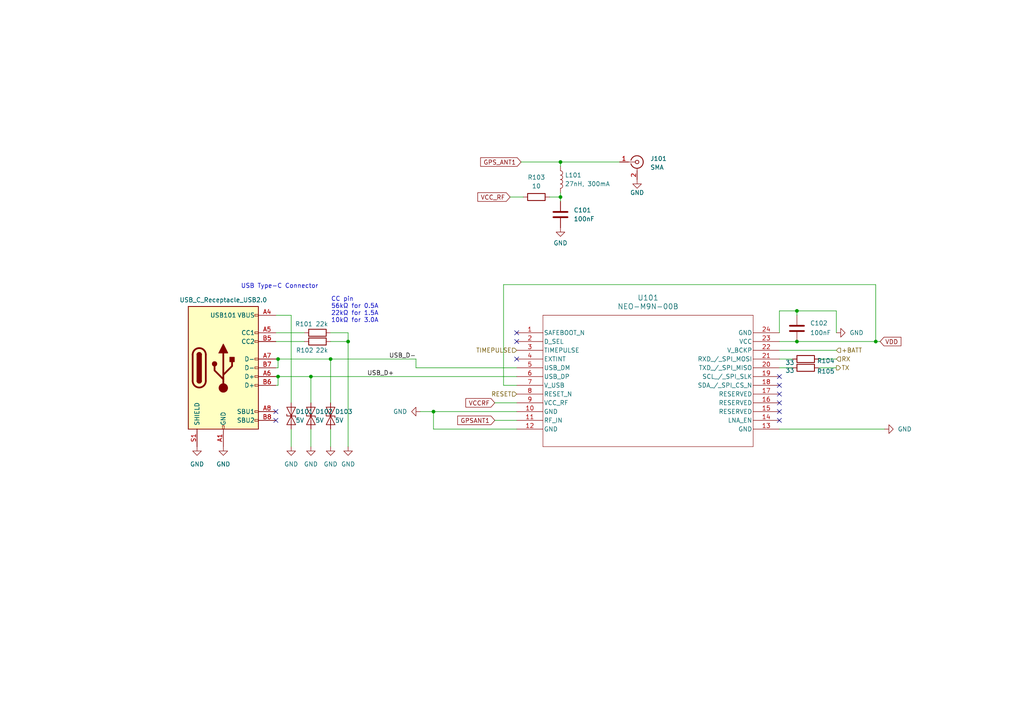
<source format=kicad_sch>
(kicad_sch (version 20231120) (generator "eeschema") (generator_version "8.0")
  (paper "A4")
  (lib_symbols
    (symbol "Connector:Conn_Coaxial" (pin_names (offset 1.016) hide)
      (property "Reference" "J" (at 0.254 3.048 0))
      (property "Value" "Conn_Coaxial" (at 2.921 0 90))
      (symbol "Conn_Coaxial_0_1"
        (arc (start -1.778 -0.508) (mid 0.2311 -1.8066) (end 1.778 0) (stroke (width 0.254)))
        (polyline (pts (xy -2.54 0) (xy -0.508 0)))
        (polyline (pts (xy 0 -2.54) (xy 0 -1.778)))
        (circle (center 0 0) (radius 0.508) (stroke (width 0.2032)))
        (arc (start 1.778 0) (mid 0.2099 1.8101) (end -1.778 0.508) (stroke (width 0.254)))
      )
      (symbol "Conn_Coaxial_1_1"
        (pin passive line (at -5.08 0 0) (length 2.54) (name "In") (number "1"))
        (pin passive line (at 0 -5.08 90) (length 2.54) (name "Ext") (number "2"))
      )
    )
    (symbol "Connector:USB_C_Receptacle_USB2.0" (pin_names (offset 1.016))
      (property "Reference" "J" (at -10.16 19.05 0))
      (property "Value" "USB_C_Receptacle_USB2.0" (at 19.05 19.05 0))
      (symbol "USB_C_Receptacle_USB2.0_0_0"
        (rectangle (start -0.254 -17.78) (end 0.254 -16.764))
        (rectangle (start 10.16 -14.986) (end 9.144 -15.494))
        (rectangle (start 10.16 -12.446) (end 9.144 -12.954))
        (rectangle (start 10.16 -4.826) (end 9.144 -5.334))
        (rectangle (start 10.16 -2.286) (end 9.144 -2.794))
        (rectangle (start 10.16 0.254) (end 9.144 -0.254))
        (rectangle (start 10.16 2.794) (end 9.144 2.286))
        (rectangle (start 10.16 7.874) (end 9.144 7.366))
        (rectangle (start 10.16 10.414) (end 9.144 9.906))
        (rectangle (start 10.16 15.494) (end 9.144 14.986))
      )
      (symbol "USB_C_Receptacle_USB2.0_0_1"
        (rectangle (start -10.16 17.78) (end 10.16 -17.78) (stroke (width 0.254)) (fill (type background)))
        (arc (start -8.89 -3.81) (mid -6.985 -5.7067) (end -5.08 -3.81) (stroke (width 0.508)))
        (arc (start -7.62 -3.81) (mid -6.985 -4.4423) (end -6.35 -3.81) (stroke (width 0.254)))
        (arc (start -7.62 -3.81) (mid -6.985 -4.4423) (end -6.35 -3.81) (stroke (width 0.254)) (fill (type outline)))
        (rectangle (start -7.62 -3.81) (end -6.35 3.81) (stroke (width 0.254)) (fill (type outline)))
        (arc (start -6.35 3.81) (mid -6.985 4.4423) (end -7.62 3.81) (stroke (width 0.254)))
        (arc (start -6.35 3.81) (mid -6.985 4.4423) (end -7.62 3.81) (stroke (width 0.254)) (fill (type outline)))
        (arc (start -5.08 3.81) (mid -6.985 5.7067) (end -8.89 3.81) (stroke (width 0.508)))
        (circle (center -2.54 1.143) (radius 0.635) (stroke (width 0.254)) (fill (type outline)))
        (circle (center 0 -5.842) (radius 1.27) (fill (type outline)))
        (polyline (pts (xy -8.89 -3.81) (xy -8.89 3.81)) (stroke (width 0.508)))
        (polyline (pts (xy -5.08 3.81) (xy -5.08 -3.81)) (stroke (width 0.508)))
        (polyline (pts (xy 0 -5.842) (xy 0 4.318)) (stroke (width 0.508)))
        (polyline (pts (xy 0 -3.302) (xy -2.54 -0.762) (xy -2.54 0.508)) (stroke (width 0.508)))
        (polyline (pts (xy 0 -2.032) (xy 2.54 0.508) (xy 2.54 1.778)) (stroke (width 0.508)))
        (polyline (pts (xy -1.27 4.318) (xy 0 6.858) (xy 1.27 4.318) (xy -1.27 4.318)) (stroke (width 0.254)) (fill (type outline)))
        (rectangle (start 1.905 1.778) (end 3.175 3.048) (stroke (width 0.254)) (fill (type outline)))
      )
      (symbol "USB_C_Receptacle_USB2.0_1_1"
        (pin passive line (at 0 -22.86 90) (length 5.08) (name "GND") (number "A1"))
        (pin passive line (at 0 -22.86 90) (length 5.08) hide (name "GND") (number "A12"))
        (pin passive line (at 15.24 15.24 180) (length 5.08) (name "VBUS") (number "A4"))
        (pin bidirectional line (at 15.24 10.16 180) (length 5.08) (name "CC1") (number "A5"))
        (pin bidirectional line (at 15.24 -2.54 180) (length 5.08) (name "D+") (number "A6"))
        (pin bidirectional line (at 15.24 2.54 180) (length 5.08) (name "D-") (number "A7"))
        (pin bidirectional line (at 15.24 -12.7 180) (length 5.08) (name "SBU1") (number "A8"))
        (pin passive line (at 15.24 15.24 180) (length 5.08) hide (name "VBUS") (number "A9"))
        (pin passive line (at 0 -22.86 90) (length 5.08) hide (name "GND") (number "B1"))
        (pin passive line (at 0 -22.86 90) (length 5.08) hide (name "GND") (number "B12"))
        (pin passive line (at 15.24 15.24 180) (length 5.08) hide (name "VBUS") (number "B4"))
        (pin bidirectional line (at 15.24 7.62 180) (length 5.08) (name "CC2") (number "B5"))
        (pin bidirectional line (at 15.24 -5.08 180) (length 5.08) (name "D+") (number "B6"))
        (pin bidirectional line (at 15.24 0 180) (length 5.08) (name "D-") (number "B7"))
        (pin bidirectional line (at 15.24 -15.24 180) (length 5.08) (name "SBU2") (number "B8"))
        (pin passive line (at 15.24 15.24 180) (length 5.08) hide (name "VBUS") (number "B9"))
        (pin passive line (at -7.62 -22.86 90) (length 5.08) (name "SHIELD") (number "S1"))
      )
    )
    (symbol "Device:C" (pin_numbers hide) (pin_names (offset 0.254))
      (property "Reference" "C" (at 0.635 2.54 0))
      (property "Value" "C" (at 0.635 -2.54 0))
      (symbol "C_0_1"
        (polyline (pts (xy -2.032 -0.762) (xy 2.032 -0.762)) (stroke (width 0.508)))
        (polyline (pts (xy -2.032 0.762) (xy 2.032 0.762)) (stroke (width 0.508)))
      )
      (symbol "C_1_1"
        (pin passive line (at 0 3.81 270) (length 2.794) (name "~") (number "1"))
        (pin passive line (at 0 -3.81 90) (length 2.794) (name "~") (number "2"))
      )
    )
    (symbol "Device:L" (pin_numbers hide) (pin_names (offset 1.016) hide)
      (property "Reference" "L" (at -1.27 0 90))
      (property "Value" "L" (at 1.905 0 90))
      (symbol "L_0_1"
        (arc (start 0 -2.54) (mid 0.6323 -1.905) (end 0 -1.27))
        (arc (start 0 -1.27) (mid 0.6323 -0.635) (end 0 0))
        (arc (start 0 0) (mid 0.6323 0.635) (end 0 1.27))
        (arc (start 0 1.27) (mid 0.6323 1.905) (end 0 2.54))
      )
      (symbol "L_1_1"
        (pin passive line (at 0 3.81 270) (length 1.27) (name "1") (number "1"))
        (pin passive line (at 0 -3.81 90) (length 1.27) (name "2") (number "2"))
      )
    )
    (symbol "Device:R" (pin_numbers hide) (pin_names (offset 0))
      (property "Reference" "R" (at 2.032 0 90))
      (property "Value" "R" (at 0 0 90))
      (symbol "R_0_1"
        (rectangle (start -1.016 -2.54) (end 1.016 2.54) (stroke (width 0.254)))
      )
      (symbol "R_1_1"
        (pin passive line (at 0 3.81 270) (length 1.27) (name "~") (number "1"))
        (pin passive line (at 0 -3.81 90) (length 1.27) (name "~") (number "2"))
      )
    )
    (symbol "Diode:ESD9B5.0ST5G" (pin_numbers hide) (pin_names (offset 1.016) hide)
      (property "Reference" "D" (at 0 2.54 0))
      (property "Value" "ESD9B5.0ST5G" (at 0 -2.54 0))
      (symbol "ESD9B5.0ST5G_0_1"
        (polyline (pts (xy 1.27 0) (xy -1.27 0)))
        (polyline (pts (xy -2.54 -1.27) (xy 0 0) (xy -2.54 1.27) (xy -2.54 -1.27)) (stroke (width 0.2032)))
        (polyline (pts (xy 0.508 1.27) (xy 0 1.27) (xy 0 -1.27) (xy -0.508 -1.27)) (stroke (width 0.2032)))
        (polyline (pts (xy 2.54 1.27) (xy 2.54 -1.27) (xy 0 0) (xy 2.54 1.27)) (stroke (width 0.2032)))
      )
      (symbol "ESD9B5.0ST5G_1_1"
        (pin passive line (at -3.81 0 0) (length 2.54) (name "A1") (number "1"))
        (pin passive line (at 3.81 0 180) (length 2.54) (name "A2") (number "2"))
      )
    )
    (symbol "WOBClibrary:NEO-M9N-00B" (pin_names (offset 0.254))
      (property "Reference" "U" (at 38.1 10.16 0))
      (property "Value" "NEO-M9N-00B" (at 38.1 7.62 0))
      (symbol "NEO-M9N-00B_0_1"
        (polyline (pts (xy 7.62 -33.02) (xy 68.58 -33.02)) (stroke (width 0.127)))
        (polyline (pts (xy 7.62 5.08) (xy 7.62 -33.02)) (stroke (width 0.127)))
        (polyline (pts (xy 68.58 -33.02) (xy 68.58 5.08)) (stroke (width 0.127)))
        (polyline (pts (xy 68.58 5.08) (xy 7.62 5.08)) (stroke (width 0.127)))
        (pin unspecified line (at 0 0 0) (length 7.62) (name "SAFEBOOT_N") (number "1"))
        (pin power_out line (at 0 -22.86 0) (length 7.62) (name "GND") (number "10"))
        (pin unspecified line (at 0 -25.4 0) (length 7.62) (name "RF_IN") (number "11"))
        (pin power_out line (at 0 -27.94 0) (length 7.62) (name "GND") (number "12"))
        (pin power_out line (at 76.2 -27.94 180) (length 7.62) (name "GND") (number "13"))
        (pin unspecified line (at 76.2 -25.4 180) (length 7.62) (name "LNA_EN") (number "14"))
        (pin unspecified line (at 76.2 -22.86 180) (length 7.62) (name "RESERVED") (number "15"))
        (pin unspecified line (at 76.2 -20.32 180) (length 7.62) (name "RESERVED") (number "16"))
        (pin unspecified line (at 76.2 -17.78 180) (length 7.62) (name "RESERVED") (number "17"))
        (pin unspecified line (at 76.2 -15.24 180) (length 7.62) (name "SDA_/_SPI_CS_N") (number "18"))
        (pin unspecified line (at 76.2 -12.7 180) (length 7.62) (name "SCL_/_SPI_SLK") (number "19"))
        (pin unspecified line (at 0 -2.54 0) (length 7.62) (name "D_SEL") (number "2"))
        (pin unspecified line (at 76.2 -10.16 180) (length 7.62) (name "TXD_/_SPI_MISO") (number "20"))
        (pin unspecified line (at 76.2 -7.62 180) (length 7.62) (name "RXD_/_SPI_MOSI") (number "21"))
        (pin unspecified line (at 76.2 -5.08 180) (length 7.62) (name "V_BCKP") (number "22"))
        (pin power_in line (at 76.2 -2.54 180) (length 7.62) (name "VCC") (number "23"))
        (pin power_out line (at 76.2 0 180) (length 7.62) (name "GND") (number "24"))
        (pin unspecified line (at 0 -5.08 0) (length 7.62) (name "TIMEPULSE") (number "3"))
        (pin unspecified line (at 0 -7.62 0) (length 7.62) (name "EXTINT") (number "4"))
        (pin unspecified line (at 0 -10.16 0) (length 7.62) (name "USB_DM") (number "5"))
        (pin unspecified line (at 0 -12.7 0) (length 7.62) (name "USB_DP") (number "6"))
        (pin unspecified line (at 0 -15.24 0) (length 7.62) (name "V_USB") (number "7"))
        (pin unspecified line (at 0 -17.78 0) (length 7.62) (name "RESET_N") (number "8"))
        (pin power_in line (at 0 -20.32 0) (length 7.62) (name "VCC_RF") (number "9"))
      )
    )
    (symbol "power:GND" (power) (pin_names (offset 0))
      (property "Value" "GND" (at 0 -3.81 0))
      (symbol "GND_0_1"
        (polyline (pts (xy 0 0) (xy 0 -1.27) (xy 1.27 -1.27) (xy 0 -2.54) (xy -1.27 -1.27) (xy 0 -1.27)))
      )
      (symbol "GND_1_1"
        (pin power_in line (at 0 0 270) (length 0) hide (name "GND") (number "1"))
      )
    )
  )
  (junction (at 100.965 99.06))
  (junction (at 95.885 104.14))
  (junction (at 125.73 119.38))
  (junction (at 90.17 109.22))
  (junction (at 231.14 99.06))
  (junction (at 231.14 90.17))
  (junction (at 254 99.06))
  (junction (at 80.645 109.22))
  (junction (at 162.56 46.99))
  (junction (at 80.645 104.14))
  (junction (at 162.56 57.15))
  (no_connect (at 80.01 121.92))
  (no_connect (at 226.06 111.76))
  (no_connect (at 80.01 119.38))
  (no_connect (at 226.06 116.84))
  (no_connect (at 226.06 121.92))
  (no_connect (at 226.06 109.22))
  (no_connect (at 149.86 96.52))
  (no_connect (at 149.86 104.14))
  (no_connect (at 149.86 99.06))
  (no_connect (at 226.06 119.38))
  (no_connect (at 226.06 114.3))
  (wire (pts (xy 80.01 104.14) (xy 80.645 104.14)))
  (wire (pts (xy 90.17 109.22) (xy 80.645 109.22)))
  (wire (pts (xy 80.645 111.76) (xy 80.645 109.22)))
  (wire (pts (xy 226.06 99.06) (xy 231.14 99.06)))
  (wire (pts (xy 100.965 96.52) (xy 100.965 99.06)))
  (wire (pts (xy 143.51 116.84) (xy 149.86 116.84)))
  (wire (pts (xy 88.265 96.52) (xy 80.01 96.52)))
  (wire (pts (xy 226.06 106.68) (xy 229.87 106.68)))
  (wire (pts (xy 120.65 106.68) (xy 120.65 104.14)))
  (wire (pts (xy 95.885 129.54) (xy 95.885 124.46)))
  (wire (pts (xy 231.14 99.06) (xy 254 99.06)))
  (wire (pts (xy 149.86 111.76) (xy 146.05 111.76)))
  (wire (pts (xy 95.885 104.14) (xy 120.65 104.14)))
  (wire (pts (xy 231.14 90.17) (xy 231.14 91.44)))
  (wire (pts (xy 159.385 57.15) (xy 162.56 57.15)))
  (wire (pts (xy 226.06 90.17) (xy 231.14 90.17)))
  (wire (pts (xy 151.13 46.99) (xy 162.56 46.99)))
  (wire (pts (xy 226.06 124.46) (xy 256.54 124.46)))
  (wire (pts (xy 90.17 129.54) (xy 90.17 124.46)))
  (wire (pts (xy 146.05 111.76) (xy 146.05 82.55)))
  (wire (pts (xy 121.92 119.38) (xy 125.73 119.38)))
  (wire (pts (xy 162.56 46.99) (xy 162.56 48.26)))
  (wire (pts (xy 80.01 111.76) (xy 80.645 111.76)))
  (wire (pts (xy 84.455 91.44) (xy 80.01 91.44)))
  (wire (pts (xy 162.56 46.99) (xy 179.705 46.99)))
  (wire (pts (xy 95.885 104.14) (xy 95.885 116.84)))
  (wire (pts (xy 95.885 96.52) (xy 100.965 96.52)))
  (wire (pts (xy 254 99.06) (xy 255.27 99.06)))
  (wire (pts (xy 143.51 121.92) (xy 149.86 121.92)))
  (wire (pts (xy 231.14 90.17) (xy 242.57 90.17)))
  (wire (pts (xy 151.765 57.15) (xy 147.955 57.15)))
  (wire (pts (xy 237.49 106.68) (xy 242.57 106.68)))
  (wire (pts (xy 162.56 57.15) (xy 162.56 58.42)))
  (wire (pts (xy 80.645 106.68) (xy 80.645 104.14)))
  (wire (pts (xy 149.86 106.68) (xy 120.65 106.68)))
  (wire (pts (xy 80.01 106.68) (xy 80.645 106.68)))
  (wire (pts (xy 80.645 104.14) (xy 95.885 104.14)))
  (wire (pts (xy 226.06 104.14) (xy 229.87 104.14)))
  (wire (pts (xy 125.73 124.46) (xy 125.73 119.38)))
  (wire (pts (xy 100.965 99.06) (xy 100.965 129.54)))
  (wire (pts (xy 226.06 90.17) (xy 226.06 96.52)))
  (wire (pts (xy 254 82.55) (xy 254 99.06)))
  (wire (pts (xy 125.73 119.38) (xy 149.86 119.38)))
  (wire (pts (xy 80.645 109.22) (xy 80.01 109.22)))
  (wire (pts (xy 84.455 129.54) (xy 84.455 124.46)))
  (wire (pts (xy 88.265 99.06) (xy 80.01 99.06)))
  (wire (pts (xy 146.05 82.55) (xy 254 82.55)))
  (wire (pts (xy 95.885 99.06) (xy 100.965 99.06)))
  (wire (pts (xy 90.17 109.22) (xy 149.86 109.22)))
  (wire (pts (xy 84.455 91.44) (xy 84.455 116.84)))
  (wire (pts (xy 162.56 57.15) (xy 162.56 55.88)))
  (wire (pts (xy 242.57 90.17) (xy 242.57 96.52)))
  (wire (pts (xy 226.06 101.6) (xy 242.57 101.6)))
  (wire (pts (xy 149.86 124.46) (xy 125.73 124.46)))
  (wire (pts (xy 237.49 104.14) (xy 242.57 104.14)))
  (wire (pts (xy 90.17 109.22) (xy 90.17 116.84)))
  (text "CC pin\n56kΩ for 0.5A\n22kΩ for 1.5A\n10kΩ for 3.0A" (at 96.012 93.726 0) (effects (font (size 1.27 1.27)) (justify left bottom)))
  (text "USB Type-C Connector" (at 69.85 83.82 0) (effects (font (size 1.27 1.27)) (justify left bottom)))
  (label "USB_D+" (at 114.3 109.22 180))
  (label "USB_D-" (at 120.65 104.14 180))
  (global_label "VDD" (shape input) (at 255.27 99.06 0) (property "Intersheetrefs" "${INTERSHEET_REFS}" (effects (hide yes))))
  (global_label "GPS_ANT1" (shape input) (at 151.13 46.99 180) (property "Intersheetrefs" "${INTERSHEET_REFS}" (effects (hide yes))))
  (global_label "VCCRF" (shape input) (at 143.51 116.84 180) (property "Intersheetrefs" "${INTERSHEET_REFS}" (effects (hide yes))))
  (global_label "GPSANT1" (shape input) (at 143.51 121.92 180) (property "Intersheetrefs" "${INTERSHEET_REFS}" (effects (hide yes))))
  (global_label "VCC_RF" (shape input) (at 147.955 57.15 180) (property "Intersheetrefs" "${INTERSHEET_REFS}" (effects (hide yes))))
  (hierarchical_label "+BATT" (shape input) (at 242.57 101.6 0))
  (hierarchical_label "TIMEPULSE" (shape input) (at 149.86 101.6 180))
  (hierarchical_label "TX" (shape output) (at 242.57 106.68 0))
  (hierarchical_label "RX" (shape input) (at 242.57 104.14 0))
  (hierarchical_label "RESET" (shape input) (at 149.86 114.3 180))
  (symbol (lib_id "Connector:Conn_Coaxial") (at 184.785 46.99 0) (unit 1)
    (property "Reference" "J101" (at 188.595 46.0132 0) (effects (justify left)))
    (property "Value" "SMA" (at 188.595 48.5532 0) (effects (justify left)))
    (property "Footprint" "Connector_Coaxial:SMA_Amphenol_132203-12_Horizontal" (effects (hide yes)))
    (property "Datasheet" " ~" (effects (hide yes)))
    (property "LCSC" "C2693813" (effects (hide yes)))
  )
  (symbol (lib_id "power:GND") (at 95.885 129.54 0) (unit 1)
    (property "Reference" "#PWR0105" (effects (hide yes)))
    (property "Value" "GND" (at 95.885 134.62 0))
  )
  (symbol (lib_id "power:GND") (at 64.77 129.54 0) (unit 1)
    (property "Reference" "#PWR0102" (effects (hide yes)))
    (property "Value" "GND" (at 64.77 134.62 0))
  )
  (symbol (lib_id "Diode:ESD9B5.0ST5G") (at 90.17 120.65 90) (unit 1)
    (property "Reference" "D102" (at 91.44 119.38 90) (effects (justify right)))
    (property "Value" "5V" (at 91.44 121.92 90) (effects (justify right)))
    (property "Footprint" "Diode_SMD:D_SOD-882D" (effects (hide yes)))
    (property "Datasheet" "https://www.onsemi.com/pub/Collateral/ESD9B-D.PDF" (effects (hide yes)))
    (property "LCSC" "C7420372" (effects (hide yes)))
  )
  (symbol (lib_id "Device:R") (at 155.575 57.15 90) (unit 1)
    (property "Reference" "R103" (at 155.575 51.435 90))
    (property "Value" "10" (at 155.575 53.975 90))
    (property "Footprint" "Resistor_SMD:R_0402_1005Metric" (effects (hide yes)))
    (property "LCSC" "C25139" (effects (hide yes)))
  )
  (symbol (lib_id "power:GND") (at 100.965 129.54 0) (unit 1)
    (property "Reference" "#PWR0106" (effects (hide yes)))
    (property "Value" "GND" (at 100.965 134.62 0))
  )
  (symbol (lib_id "power:GND") (at 121.92 119.38 270) (unit 1)
    (property "Reference" "#PWR0107" (effects (hide yes)))
    (property "Value" "GND" (at 118.11 119.3799 90) (effects (justify right)))
  )
  (symbol (lib_id "Device:C") (at 162.56 62.23 0) (unit 1)
    (property "Reference" "C101" (at 166.37 60.96 0) (effects (justify left)))
    (property "Value" "100nF" (at 166.37 63.5 0) (effects (justify left)))
    (property "Footprint" "Capacitor_SMD:C_0402_1005Metric" (effects (hide yes)))
    (property "LCSC" "C1525" (effects (hide yes)))
  )
  (symbol (lib_id "Device:R") (at 92.075 99.06 90) (unit 1)
    (property "Reference" "R102" (at 88.392 101.6 90))
    (property "Value" "22k" (at 93.345 101.6 90))
    (property "Footprint" "Resistor_SMD:R_0402_1005Metric" (effects (hide yes)))
    (property "LCSC" "C25768" (effects (hide yes)))
  )
  (symbol (lib_id "Connector:USB_C_Receptacle_USB2.0") (at 64.77 106.68 0) (unit 1)
    (property "Reference" "USB101" (at 64.77 91.44 0))
    (property "Value" "USB_C_Receptacle_USB2.0" (at 64.77 86.995 0))
    (property "Footprint" "Connector_USB:USB_C_Receptacle_XKB_U262-16XN-4BVC11" (effects (hide yes)))
    (property "Datasheet" "https://www.usb.org/sites/default/files/documents/usb_type-c.zip" (effects (hide yes)))
    (property "LCSC" "C2982481" (effects (hide yes)))
  )
  (symbol (lib_id "power:GND") (at 90.17 129.54 0) (unit 1)
    (property "Reference" "#PWR0104" (effects (hide yes)))
    (property "Value" "GND" (at 90.17 134.62 0))
  )
  (symbol (lib_id "power:GND") (at 256.54 124.46 90) (unit 1)
    (property "Reference" "#PWR0111" (effects (hide yes)))
    (property "Value" "GND" (at 260.35 124.4599 90) (effects (justify right)))
  )
  (symbol (lib_id "power:GND") (at 57.15 129.54 0) (unit 1)
    (property "Reference" "#PWR0101" (effects (hide yes)))
    (property "Value" "GND" (at 57.15 134.62 0))
  )
  (symbol (lib_id "Device:R") (at 233.68 106.68 270) (unit 1)
    (property "Reference" "R105" (at 239.522 107.696 90))
    (property "Value" "33" (at 229.108 107.442 90))
    (property "Footprint" "Resistor_SMD:R_0402_1005Metric" (effects (hide yes)))
    (property "LCSC" "C25105" (effects (hide yes)))
  )
  (symbol (lib_id "Device:R") (at 233.68 104.14 270) (unit 1)
    (property "Reference" "R104" (at 239.522 104.648 90))
    (property "Value" "33" (at 229.108 105.156 90))
    (property "Footprint" "Resistor_SMD:R_0402_1005Metric" (effects (hide yes)))
    (property "LCSC" "C25105" (effects (hide yes)))
  )
  (symbol (lib_id "Device:C") (at 231.14 95.25 0) (unit 1)
    (property "Reference" "C102" (at 234.95 93.726 0) (effects (justify left)))
    (property "Value" "100nF" (at 234.95 96.52 0) (effects (justify left)))
    (property "Footprint" "Capacitor_SMD:C_0402_1005Metric" (effects (hide yes)))
    (property "LCSC" "C1525" (effects (hide yes)))
  )
  (symbol (lib_id "power:GND") (at 242.57 96.52 90) (unit 1)
    (property "Reference" "#PWR0110" (effects (hide yes)))
    (property "Value" "GND" (at 246.38 96.5199 90) (effects (justify right)))
  )
  (symbol (lib_id "power:GND") (at 84.455 129.54 0) (unit 1)
    (property "Reference" "#PWR0103" (effects (hide yes)))
    (property "Value" "GND" (at 84.455 134.62 0))
  )
  (symbol (lib_id "power:GND") (at 162.56 66.04 0) (unit 1)
    (property "Reference" "#PWR0108" (effects (hide yes)))
    (property "Value" "GND" (at 162.56 70.485 0))
  )
  (symbol (lib_id "Device:L") (at 162.56 52.07 0) (unit 1)
    (property "Reference" "L101" (at 163.83 50.8 0) (effects (justify left)))
    (property "Value" "27nH, 300mA" (at 163.83 53.34 0) (effects (justify left)))
    (property "Footprint" "Inductor_SMD:L_0402_1005Metric" (effects (hide yes)))
  )
  (symbol (lib_id "Diode:ESD9B5.0ST5G") (at 95.885 120.65 90) (unit 1)
    (property "Reference" "D103" (at 97.155 119.38 90) (effects (justify right)))
    (property "Value" "5V" (at 97.155 121.92 90) (effects (justify right)))
    (property "Footprint" "Diode_SMD:D_SOD-882D" (effects (hide yes)))
    (property "Datasheet" "https://www.onsemi.com/pub/Collateral/ESD9B-D.PDF" (effects (hide yes)))
    (property "LCSC" "C7420372" (effects (hide yes)))
  )
  (symbol (lib_id "power:GND") (at 184.785 52.07 0) (unit 1)
    (property "Reference" "#PWR0109" (effects (hide yes)))
    (property "Value" "GND" (at 184.785 55.88 0))
  )
  (symbol (lib_id "WOBClibrary:NEO-M9N-00B") (at 149.86 96.52 0) (unit 1)
    (property "Reference" "U101" (at 187.96 86.36 0) (effects (font (size 1.524 1.524))))
    (property "Value" "NEO-M9N-00B" (at 187.96 88.9 0) (effects (font (size 1.524 1.524))))
    (property "Footprint" "WOBClibrary:SMT_9N-00B_UBL" (effects (hide yes)))
    (property "Datasheet" "NEO-M9N-00B" (effects (hide yes)))
  )
  (symbol (lib_id "Device:R") (at 92.075 96.52 90) (unit 1)
    (property "Reference" "R101" (at 88.138 93.98 90))
    (property "Value" "22k" (at 93.345 93.98 90))
    (property "Footprint" "Resistor_SMD:R_0402_1005Metric" (effects (hide yes)))
    (property "LCSC" "C25768" (effects (hide yes)))
  )
  (symbol (lib_id "Diode:ESD9B5.0ST5G") (at 84.455 120.65 90) (unit 1)
    (property "Reference" "D101" (at 85.725 119.38 90) (effects (justify right)))
    (property "Value" "5V" (at 85.725 121.92 90) (effects (justify right)))
    (property "Footprint" "Diode_SMD:D_SOD-882D" (effects (hide yes)))
    (property "Datasheet" "https://www.onsemi.com/pub/Collateral/ESD9B-D.PDF" (effects (hide yes)))
    (property "LCSC" "C7420372" (effects (hide yes)))
  )
)
</source>
